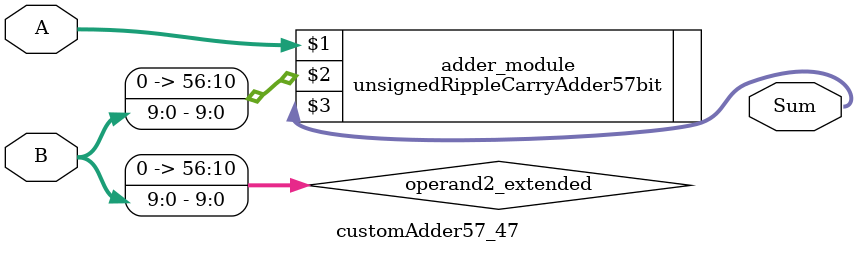
<source format=v>
module customAdder57_47(
                        input [56 : 0] A,
                        input [9 : 0] B,
                        
                        output [57 : 0] Sum
                );

        wire [56 : 0] operand2_extended;
        
        assign operand2_extended =  {47'b0, B};
        
        unsignedRippleCarryAdder57bit adder_module(
            A,
            operand2_extended,
            Sum
        );
        
        endmodule
        
</source>
